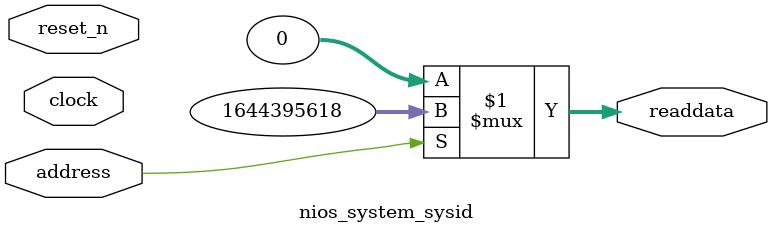
<source format=v>



// synthesis translate_off
`timescale 1ns / 1ps
// synthesis translate_on

// turn off superfluous verilog processor warnings 
// altera message_level Level1 
// altera message_off 10034 10035 10036 10037 10230 10240 10030 

module nios_system_sysid (
               // inputs:
                address,
                clock,
                reset_n,

               // outputs:
                readdata
             )
;

  output  [ 31: 0] readdata;
  input            address;
  input            clock;
  input            reset_n;

  wire    [ 31: 0] readdata;
  //control_slave, which is an e_avalon_slave
  assign readdata = address ? 1644395618 : 0;

endmodule



</source>
